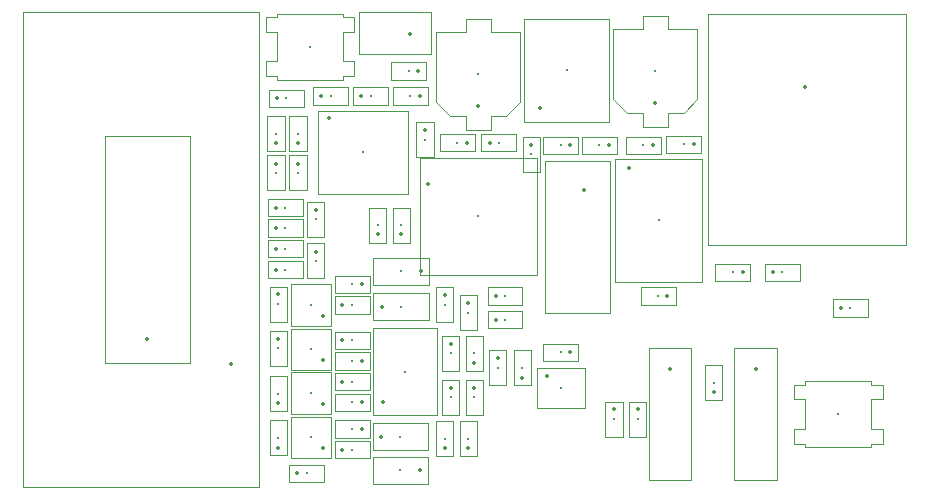
<source format=gbr>
%TF.GenerationSoftware,KiCad,Pcbnew,8.0.1*%
%TF.CreationDate,2024-03-28T03:14:46-07:00*%
%TF.ProjectId,FRED_R2D,46524544-5f52-4324-942e-6b696361645f,rev?*%
%TF.SameCoordinates,Original*%
%TF.FileFunction,Component,L1,Top*%
%TF.FilePolarity,Positive*%
%FSLAX46Y46*%
G04 Gerber Fmt 4.6, Leading zero omitted, Abs format (unit mm)*
G04 Created by KiCad (PCBNEW 8.0.1) date 2024-03-28 03:14:46*
%MOMM*%
%LPD*%
G01*
G04 APERTURE LIST*
%TA.AperFunction,ComponentMain*%
%ADD10C,0.300000*%
%TD*%
%TA.AperFunction,ComponentOutline,Courtyard*%
%ADD11C,0.100000*%
%TD*%
%TA.AperFunction,ComponentPin*%
%ADD12P,0.360000X4X0.000000*%
%TD*%
%TA.AperFunction,ComponentPin*%
%ADD13C,0.100000*%
%TD*%
%TA.AperFunction,ComponentOutline,Footprint*%
%ADD14C,0.100000*%
%TD*%
G04 APERTURE END LIST*
D10*
%TO.C,R2*%
%TO.CFtp,R_0603_1608Metric*%
%TO.CVal,3R3*%
%TO.CLbN,Resistor_SMD_AKL*%
%TO.CMnt,SMD*%
%TO.CRot,0*%
X130075000Y-121250000D03*
D11*
X131554999Y-120520001D02*
X131554999Y-121979999D01*
X128595001Y-121979999D01*
X128595001Y-120520001D01*
X131554999Y-120520001D01*
D12*
%TO.P,R2,1*%
X129250000Y-121250000D03*
D13*
%TO.P,R2,2*%
X130900000Y-121250000D03*
%TD*%
D10*
%TO.C,U4*%
%TO.CFtp,SOT-23-5*%
%TO.CVal,74AHC1G86*%
%TO.CLbN,Package_TO_SOT_SMD*%
%TO.CMnt,SMD*%
%TO.CRot,0*%
X147750000Y-116000000D03*
D11*
X149799999Y-114300001D02*
X149799999Y-117699999D01*
X145700001Y-117699999D01*
X145700001Y-114300001D01*
X149799999Y-114300001D01*
D12*
%TO.P,U4,1*%
X146612500Y-115050000D03*
D13*
%TO.P,U4,2*%
X146612500Y-116000000D03*
%TO.P,U4,3,GND*%
X146612500Y-116950000D03*
%TO.P,U4,4*%
X148887500Y-116950000D03*
%TO.P,U4,5,VCC*%
X148887500Y-115050000D03*
%TD*%
D10*
%TO.C,C5*%
%TO.CFtp,C_0603_1608Metric*%
%TO.CVal,10uF*%
%TO.CLbN,Capacitor_SMD_AKL*%
%TO.CMnt,SMD*%
%TO.CRot,-90*%
X136250000Y-95000000D03*
D11*
X136979999Y-93520001D02*
X136979999Y-96479999D01*
X135520001Y-96479999D01*
X135520001Y-93520001D01*
X136979999Y-93520001D01*
D12*
%TO.P,C5,1*%
X136250000Y-94225000D03*
D13*
%TO.P,C5,2*%
X136250000Y-95775000D03*
%TD*%
D10*
%TO.C,J2*%
%TO.CFtp,RJ45_Amphenol_RJHSE538X*%
%TO.CVal,RJ45_LED_Shielded*%
%TO.CLbN,Connector_RJ*%
%TO.CMnt,TH*%
%TO.CRot,-90*%
X168460000Y-90550000D03*
D11*
X176959999Y-84330001D02*
X176959999Y-103889999D01*
X160210001Y-103889999D01*
X160210001Y-84330001D01*
X176959999Y-84330001D01*
D12*
%TO.P,J2,1*%
X168460000Y-90550000D03*
D13*
%TO.P,J2,SH*%
X167570000Y-102240000D03*
X167570000Y-85980000D03*
%TO.P,J2,12*%
X161860000Y-100970000D03*
%TO.P,J2,11*%
X161860000Y-98680000D03*
%TO.P,J2,10*%
X161860000Y-89540000D03*
%TO.P,J2,9*%
X161860000Y-87250000D03*
%TO.P,J2,8*%
X166680000Y-97662000D03*
%TO.P,J2,7*%
X168460000Y-96646000D03*
%TO.P,J2,6*%
X166680000Y-95630000D03*
%TO.P,J2,5*%
X168460000Y-94614000D03*
%TO.P,J2,4*%
X166680000Y-93598000D03*
%TO.P,J2,3*%
X168460000Y-92582000D03*
%TO.P,J2,2*%
X166680000Y-91566000D03*
%TO.P,J2,*%
X171000000Y-100460000D03*
X171000000Y-87760000D03*
%TD*%
D10*
%TO.C,D4*%
%TO.CFtp,D_SOD-123*%
%TO.CVal,1N4148W*%
%TO.CLbN,Diode_SMD_AKL*%
%TO.CMnt,SMD*%
%TO.CRot,0*%
X134225000Y-109150000D03*
D11*
X136574999Y-108000001D02*
X136574999Y-110299999D01*
X131875001Y-110299999D01*
X131875001Y-108000001D01*
X136574999Y-108000001D01*
D12*
%TO.P,D4,1,K*%
X132575000Y-109150000D03*
D13*
%TO.P,D4,2,A*%
X135875000Y-109150000D03*
%TD*%
D10*
%TO.C,Q1*%
%TO.CFtp,SOT-23*%
%TO.CVal,MMBT5551*%
%TO.CLbN,Package_TO_SOT_SMD_AKL*%
%TO.CMnt,SMD*%
%TO.CRot,180*%
X126575000Y-116450000D03*
D11*
X128274999Y-114700001D02*
X128274999Y-118199999D01*
X124875001Y-118199999D01*
X124875001Y-114700001D01*
X128274999Y-114700001D01*
D12*
%TO.P,Q1,1,B*%
X127575000Y-117400000D03*
D13*
%TO.P,Q1,2,E*%
X127575000Y-115500000D03*
%TO.P,Q1,3,C*%
X125575000Y-116450000D03*
%TD*%
D10*
%TO.C,C16*%
%TO.CFtp,C_0603_1608Metric*%
%TO.CVal,100nF*%
%TO.CLbN,Capacitor_SMD_AKL*%
%TO.CMnt,SMD*%
%TO.CRot,180*%
X147750000Y-113000000D03*
D11*
X149229999Y-112270001D02*
X149229999Y-113729999D01*
X146270001Y-113729999D01*
X146270001Y-112270001D01*
X149229999Y-112270001D01*
D12*
%TO.P,C16,1*%
X148525000Y-113000000D03*
D13*
%TO.P,C16,2*%
X146975000Y-113000000D03*
%TD*%
D10*
%TO.C,D5*%
%TO.CFtp,LED_0603_1608Metric*%
%TO.CVal,LED*%
%TO.CLbN,LED_SMD*%
%TO.CMnt,SMD*%
%TO.CRot,180*%
X134887500Y-89200000D03*
D11*
X136367499Y-88470001D02*
X136367499Y-89929999D01*
X133407501Y-89929999D01*
X133407501Y-88470001D01*
X136367499Y-88470001D01*
D12*
%TO.P,D5,1,K*%
X135675000Y-89200000D03*
D13*
%TO.P,D5,2,A*%
X134100000Y-89200000D03*
%TD*%
D10*
%TO.C,C11*%
%TO.CFtp,C_0603_1608Metric*%
%TO.CVal,10uF*%
%TO.CLbN,Capacitor_SMD_AKL*%
%TO.CMnt,SMD*%
%TO.CRot,0*%
X143025000Y-108250000D03*
D11*
X144504999Y-107520001D02*
X144504999Y-108979999D01*
X141545001Y-108979999D01*
X141545001Y-107520001D01*
X144504999Y-107520001D01*
D12*
%TO.P,C11,1*%
X142250000Y-108250000D03*
D13*
%TO.P,C11,2*%
X143800000Y-108250000D03*
%TD*%
D10*
%TO.C,R10*%
%TO.CFtp,R_0603_1608Metric*%
%TO.CVal,2K2*%
%TO.CLbN,Resistor_SMD_AKL*%
%TO.CMnt,SMD*%
%TO.CRot,0*%
X130075000Y-112000000D03*
D11*
X131554999Y-111270001D02*
X131554999Y-112729999D01*
X128595001Y-112729999D01*
X128595001Y-111270001D01*
X131554999Y-111270001D01*
D12*
%TO.P,R10,1*%
X129250000Y-112000000D03*
D13*
%TO.P,R10,2*%
X130900000Y-112000000D03*
%TD*%
D10*
%TO.C,C14*%
%TO.CFtp,C_0603_1608Metric*%
%TO.CVal,10uF*%
%TO.CLbN,Capacitor_SMD_AKL*%
%TO.CMnt,SMD*%
%TO.CRot,180*%
X156000000Y-108250000D03*
D11*
X157479999Y-107520001D02*
X157479999Y-108979999D01*
X154520001Y-108979999D01*
X154520001Y-107520001D01*
X157479999Y-107520001D01*
D12*
%TO.P,C14,1*%
X156775000Y-108250000D03*
D13*
%TO.P,C14,2*%
X155225000Y-108250000D03*
%TD*%
D10*
%TO.C,C8*%
%TO.CFtp,C_0603_1608Metric*%
%TO.CVal,10nF*%
%TO.CLbN,Capacitor_SMD_AKL*%
%TO.CMnt,SMD*%
%TO.CRot,0*%
X142500000Y-95250000D03*
D11*
X143979999Y-94520001D02*
X143979999Y-95979999D01*
X141020001Y-95979999D01*
X141020001Y-94520001D01*
X143979999Y-94520001D01*
D12*
%TO.P,C8,1*%
X141725000Y-95250000D03*
D13*
%TO.P,C8,2*%
X143275000Y-95250000D03*
%TD*%
D10*
%TO.C,R14*%
%TO.CFtp,R_0603_1608Metric*%
%TO.CVal,15K4*%
%TO.CLbN,Resistor_SMD_AKL*%
%TO.CMnt,SMD*%
%TO.CRot,-90*%
X139920000Y-109650000D03*
D11*
X140649999Y-108170001D02*
X140649999Y-111129999D01*
X139190001Y-111129999D01*
X139190001Y-108170001D01*
X140649999Y-108170001D01*
D12*
%TO.P,R14,1*%
X139920000Y-108825000D03*
D13*
%TO.P,R14,2*%
X139920000Y-110475000D03*
%TD*%
D10*
%TO.C,S2*%
%TO.CFtp,SW_TS-1187A-B-A-B*%
%TO.CVal,TS-1187A-B-A-B*%
%TO.CLbN,TS-1187A-B-A-B*%
%TO.CMnt,SMD*%
%TO.CRot,180*%
X171250000Y-118250000D03*
D11*
X174049999Y-115450001D02*
X174049999Y-115750001D01*
X174999999Y-115750001D01*
X174999999Y-116999999D01*
X174049999Y-116999999D01*
X174049999Y-119500001D01*
X174999999Y-119500001D01*
X174999999Y-120749999D01*
X174049999Y-120749999D01*
X174049999Y-121049999D01*
X168450001Y-121049999D01*
X168450001Y-120749999D01*
X167500001Y-120749999D01*
X167500001Y-119500001D01*
X168450001Y-119500001D01*
X168450001Y-116999999D01*
X167500001Y-116999999D01*
X167500001Y-115750001D01*
X168450001Y-115750001D01*
X168450001Y-115450001D01*
X174049999Y-115450001D01*
D13*
%TO.P,S2,D*%
X168250000Y-116375000D03*
%TO.P,S2,C*%
X174250000Y-116375000D03*
%TO.P,S2,B*%
X168250000Y-120125000D03*
%TO.P,S2,A*%
X174250000Y-120125000D03*
%TD*%
D10*
%TO.C,J4*%
%TO.CFtp,PinSocket_1x02_P2.54mm_Vertical*%
%TO.CVal,Conn_01x02_Pin*%
%TO.CLbN,Connector_PinSocket_2.54mm*%
%TO.CMnt,TH*%
%TO.CRot,-90*%
X135000000Y-86025000D03*
D11*
X136799999Y-84225001D02*
X136799999Y-87774999D01*
X130700001Y-87774999D01*
X130700001Y-84225001D01*
X136799999Y-84225001D01*
D12*
%TO.P,J4,1,Pin_1*%
X135000000Y-86025000D03*
D13*
%TO.P,J4,2,Pin_2*%
X132460000Y-86025000D03*
%TD*%
D10*
%TO.C,R8*%
%TO.CFtp,R_0603_1608Metric*%
%TO.CVal,3R3*%
%TO.CLbN,Resistor_SMD_AKL*%
%TO.CMnt,SMD*%
%TO.CRot,0*%
X130075000Y-109000000D03*
D11*
X131554999Y-108270001D02*
X131554999Y-109729999D01*
X128595001Y-109729999D01*
X128595001Y-108270001D01*
X131554999Y-108270001D01*
D12*
%TO.P,R8,1*%
X129250000Y-109000000D03*
D13*
%TO.P,R8,2*%
X130900000Y-109000000D03*
%TD*%
D10*
%TO.C,R12*%
%TO.CFtp,R_0603_1608Metric*%
%TO.CVal,4R7*%
%TO.CLbN,Resistor_SMD_AKL*%
%TO.CMnt,SMD*%
%TO.CRot,-90*%
X123825000Y-112675000D03*
D11*
X124554999Y-111195001D02*
X124554999Y-114154999D01*
X123095001Y-114154999D01*
X123095001Y-111195001D01*
X124554999Y-111195001D01*
D12*
%TO.P,R12,1*%
X123825000Y-111850000D03*
D13*
%TO.P,R12,2*%
X123825000Y-113500000D03*
%TD*%
D10*
%TO.C,C2*%
%TO.CFtp,C_0603_1608Metric*%
%TO.CVal,10nF*%
%TO.CLbN,Capacitor_SMD_AKL*%
%TO.CMnt,SMD*%
%TO.CRot,-90*%
X138420000Y-116800000D03*
D11*
X139149999Y-115320001D02*
X139149999Y-118279999D01*
X137690001Y-118279999D01*
X137690001Y-115320001D01*
X139149999Y-115320001D01*
D12*
%TO.P,C2,1*%
X138420000Y-116025000D03*
D13*
%TO.P,C2,2*%
X138420000Y-117575000D03*
%TD*%
D10*
%TO.C,C21*%
%TO.CFtp,C_0603_1608Metric*%
%TO.CVal,100nF*%
%TO.CLbN,Capacitor_SMD_AKL*%
%TO.CMnt,SMD*%
%TO.CRot,0*%
X124500000Y-91500000D03*
D11*
X125979999Y-90770001D02*
X125979999Y-92229999D01*
X123020001Y-92229999D01*
X123020001Y-90770001D01*
X125979999Y-90770001D01*
D12*
%TO.P,C21,1*%
X123725000Y-91500000D03*
D13*
%TO.P,C21,2*%
X125275000Y-91500000D03*
%TD*%
D10*
%TO.C,R18*%
%TO.CFtp,R_0603_1608Metric*%
%TO.CVal,3R3*%
%TO.CLbN,Resistor_SMD_AKL*%
%TO.CMnt,SMD*%
%TO.CRot,0*%
X124425000Y-102475000D03*
D11*
X125904999Y-101745001D02*
X125904999Y-103204999D01*
X122945001Y-103204999D01*
X122945001Y-101745001D01*
X125904999Y-101745001D01*
D12*
%TO.P,R18,1*%
X123600000Y-102475000D03*
D13*
%TO.P,R18,2*%
X125250000Y-102475000D03*
%TD*%
D10*
%TO.C,R19*%
%TO.CFtp,R_0603_1608Metric*%
%TO.CVal,3R3*%
%TO.CLbN,Resistor_SMD_AKL*%
%TO.CMnt,SMD*%
%TO.CRot,0*%
X124425000Y-104235000D03*
D11*
X125904999Y-103505001D02*
X125904999Y-104964999D01*
X122945001Y-104964999D01*
X122945001Y-103505001D01*
X125904999Y-103505001D01*
D12*
%TO.P,R19,1*%
X123600000Y-104235000D03*
D13*
%TO.P,R19,2*%
X125250000Y-104235000D03*
%TD*%
D10*
%TO.C,R23*%
%TO.CFtp,R_0603_1608Metric*%
%TO.CVal,10k*%
%TO.CLbN,Resistor_SMD_AKL*%
%TO.CMnt,SMD*%
%TO.CRot,90*%
X144500000Y-114325000D03*
D11*
X145229999Y-112845001D02*
X145229999Y-115804999D01*
X143770001Y-115804999D01*
X143770001Y-112845001D01*
X145229999Y-112845001D01*
D12*
%TO.P,R23,1*%
X144500000Y-115150000D03*
D13*
%TO.P,R23,2*%
X144500000Y-113500000D03*
%TD*%
D10*
%TO.C,Q4*%
%TO.CFtp,SOT-23*%
%TO.CVal,MMBT5551*%
%TO.CLbN,Package_TO_SOT_SMD_AKL*%
%TO.CMnt,SMD*%
%TO.CRot,180*%
X126575000Y-112750000D03*
D11*
X128274999Y-111000001D02*
X128274999Y-114499999D01*
X124875001Y-114499999D01*
X124875001Y-111000001D01*
X128274999Y-111000001D01*
D12*
%TO.P,Q4,1,B*%
X127575000Y-113700000D03*
D13*
%TO.P,Q4,2,E*%
X127575000Y-111800000D03*
%TO.P,Q4,3,C*%
X125575000Y-112750000D03*
%TD*%
D10*
%TO.C,C20*%
%TO.CFtp,C_0603_1608Metric*%
%TO.CVal,10nF*%
%TO.CLbN,Capacitor_SMD_AKL*%
%TO.CMnt,SMD*%
%TO.CRot,90*%
X125500000Y-94500000D03*
D11*
X126229999Y-93020001D02*
X126229999Y-95979999D01*
X124770001Y-95979999D01*
X124770001Y-93020001D01*
X126229999Y-93020001D01*
D12*
%TO.P,C20,1*%
X125500000Y-95275000D03*
D13*
%TO.P,C20,2*%
X125500000Y-93725000D03*
%TD*%
D10*
%TO.C,C12*%
%TO.CFtp,C_0603_1608Metric*%
%TO.CVal,10nF*%
%TO.CLbN,Capacitor_SMD_AKL*%
%TO.CMnt,SMD*%
%TO.CRot,0*%
X143025000Y-110250000D03*
D11*
X144504999Y-109520001D02*
X144504999Y-110979999D01*
X141545001Y-110979999D01*
X141545001Y-109520001D01*
X144504999Y-109520001D01*
D12*
%TO.P,C12,1*%
X142250000Y-110250000D03*
D13*
%TO.P,C12,2*%
X143800000Y-110250000D03*
%TD*%
D10*
%TO.C,R28*%
%TO.CFtp,R_0603_1608Metric*%
%TO.CVal,0R*%
%TO.CLbN,Resistor_SMD_AKL*%
%TO.CMnt,SMD*%
%TO.CRot,0*%
X126250000Y-123250000D03*
D11*
X127729999Y-122520001D02*
X127729999Y-123979999D01*
X124770001Y-123979999D01*
X124770001Y-122520001D01*
X127729999Y-122520001D01*
D12*
%TO.P,R28,1*%
X125425000Y-123250000D03*
D13*
%TO.P,R28,2*%
X127075000Y-123250000D03*
%TD*%
D10*
%TO.C,C19*%
%TO.CFtp,C_0603_1608Metric*%
%TO.CVal,1uF*%
%TO.CLbN,Capacitor_SMD_AKL*%
%TO.CMnt,SMD*%
%TO.CRot,90*%
X123637500Y-94500000D03*
D11*
X124367499Y-93020001D02*
X124367499Y-95979999D01*
X122907501Y-95979999D01*
X122907501Y-93020001D01*
X124367499Y-93020001D01*
D12*
%TO.P,C19,1*%
X123637500Y-95275000D03*
D13*
%TO.P,C19,2*%
X123637500Y-93725000D03*
%TD*%
D10*
%TO.C,C9*%
%TO.CFtp,C_0603_1608Metric*%
%TO.CVal,10uF*%
%TO.CLbN,Capacitor_SMD_AKL*%
%TO.CMnt,SMD*%
%TO.CRot,90*%
X134250000Y-102250000D03*
D11*
X134979999Y-100770001D02*
X134979999Y-103729999D01*
X133520001Y-103729999D01*
X133520001Y-100770001D01*
X134979999Y-100770001D01*
D12*
%TO.P,C9,1*%
X134250000Y-103025000D03*
D13*
%TO.P,C9,2*%
X134250000Y-101475000D03*
%TD*%
D10*
%TO.C,C22*%
%TO.CFtp,CP_Elec_6.3x7.7*%
%TO.CVal,CP_SMD_D6.3mm_H7.7mm - 150uF*%
%TO.CLbN,Capacitor_SMD_AKL*%
%TO.CMnt,SMD*%
%TO.CRot,90*%
X155750000Y-89200000D03*
D11*
X156799999Y-84500001D02*
X156799999Y-85650001D01*
X159299999Y-85650001D01*
X159299999Y-91599999D01*
X158149999Y-92749999D01*
X156799999Y-92749999D01*
X156799999Y-93899999D01*
X154700001Y-93899999D01*
X154700001Y-92749999D01*
X153350001Y-92749999D01*
X152200001Y-91599999D01*
X152200001Y-85650001D01*
X154700001Y-85650001D01*
X154700001Y-84500001D01*
X156799999Y-84500001D01*
D12*
%TO.P,C22,1*%
X155750000Y-91900000D03*
D13*
%TO.P,C22,2*%
X155750000Y-86500000D03*
%TD*%
D10*
%TO.C,U6*%
%TO.CFtp,SOT-223-3_TabPin2*%
%TO.CVal,NCP1117-5.0_SOT223*%
%TO.CLbN,Package_TO_SOT_SMD*%
%TO.CMnt,SMD*%
%TO.CRot,90*%
X148250000Y-89150000D03*
D11*
X151849999Y-84750001D02*
X151849999Y-93549999D01*
X144650001Y-93549999D01*
X144650001Y-84750001D01*
X151849999Y-84750001D01*
D12*
%TO.P,U6,1,GND*%
X145950000Y-92300000D03*
D13*
%TO.P,U6,2,VO*%
X148250000Y-92300000D03*
X148250000Y-86000000D03*
%TO.P,U6,3,VI*%
X150550000Y-92300000D03*
%TD*%
D10*
%TO.C,R22*%
%TO.CFtp,R_0603_1608Metric*%
%TO.CVal,22k*%
%TO.CLbN,Resistor_SMD_AKL*%
%TO.CMnt,SMD*%
%TO.CRot,-90*%
X142420000Y-114325000D03*
D11*
X143149999Y-112845001D02*
X143149999Y-115804999D01*
X141690001Y-115804999D01*
X141690001Y-112845001D01*
X143149999Y-112845001D01*
D12*
%TO.P,R22,1*%
X142420000Y-113500000D03*
D13*
%TO.P,R22,2*%
X142420000Y-115150000D03*
%TD*%
D10*
%TO.C,C24*%
%TO.CFtp,C_0603_1608Metric*%
%TO.CVal,10uF*%
%TO.CLbN,Capacitor_SMD_AKL*%
%TO.CMnt,SMD*%
%TO.CRot,90*%
X160700000Y-115600000D03*
D11*
X161429999Y-114120001D02*
X161429999Y-117079999D01*
X159970001Y-117079999D01*
X159970001Y-114120001D01*
X161429999Y-114120001D01*
D12*
%TO.P,C24,1*%
X160700000Y-116375000D03*
D13*
%TO.P,C24,2*%
X160700000Y-114825000D03*
%TD*%
D10*
%TO.C,R35*%
%TO.CFtp,R_0603_1608Metric*%
%TO.CVal,10k*%
%TO.CLbN,Resistor_SMD_AKL*%
%TO.CMnt,SMD*%
%TO.CRot,180*%
X158175000Y-95400000D03*
D11*
X159654999Y-94670001D02*
X159654999Y-96129999D01*
X156695001Y-96129999D01*
X156695001Y-94670001D01*
X159654999Y-94670001D01*
D12*
%TO.P,R35,1*%
X159000000Y-95400000D03*
D13*
%TO.P,R35,2*%
X157350000Y-95400000D03*
%TD*%
D10*
%TO.C,J7*%
%TO.CFtp,PinHeader_1x04_P2.54mm_Vertical*%
%TO.CVal,Conn_01x04*%
%TO.CLbN,Connector_PinHeader_2.54mm*%
%TO.CMnt,TH*%
%TO.CRot,0*%
X157000000Y-114450000D03*
D11*
X158799999Y-112650001D02*
X158799999Y-123849999D01*
X155200001Y-123849999D01*
X155200001Y-112650001D01*
X158799999Y-112650001D01*
D12*
%TO.P,J7,1,Pin_1*%
X157000000Y-114450000D03*
D13*
%TO.P,J7,2,Pin_2*%
X157000000Y-116990000D03*
%TO.P,J7,3,Pin_3*%
X157000000Y-119530000D03*
%TO.P,J7,4,Pin_4*%
X157000000Y-122070000D03*
%TD*%
D10*
%TO.C,D2*%
%TO.CFtp,D_SOD-123*%
%TO.CVal,1N4148W*%
%TO.CLbN,Diode_SMD_AKL*%
%TO.CMnt,SMD*%
%TO.CRot,0*%
X134170000Y-120150000D03*
D11*
X136519999Y-119000001D02*
X136519999Y-121299999D01*
X131820001Y-121299999D01*
X131820001Y-119000001D01*
X136519999Y-119000001D01*
D12*
%TO.P,D2,1,K*%
X132520000Y-120150000D03*
D13*
%TO.P,D2,2,A*%
X135820000Y-120150000D03*
%TD*%
D10*
%TO.C,C15*%
%TO.CFtp,C_0603_1608Metric*%
%TO.CVal,10nF*%
%TO.CLbN,Capacitor_SMD_AKL*%
%TO.CMnt,SMD*%
%TO.CRot,180*%
X154750000Y-95500000D03*
D11*
X156229999Y-94770001D02*
X156229999Y-96229999D01*
X153270001Y-96229999D01*
X153270001Y-94770001D01*
X156229999Y-94770001D01*
D12*
%TO.P,C15,1*%
X155525000Y-95500000D03*
D13*
%TO.P,C15,2*%
X153975000Y-95500000D03*
%TD*%
D10*
%TO.C,J3*%
%TO.CFtp,TerminalBlock_Phoenix_MPT-0\u002C5-7-2.54_1x07_P2.54mm_Horizontal*%
%TO.CVal,Screw_Terminal_01x07*%
%TO.CLbN,TerminalBlock_Phoenix*%
%TO.CMnt,TH*%
%TO.CRot,90*%
X112750000Y-111910000D03*
D11*
X116349999Y-94660001D02*
X116349999Y-113909999D01*
X109150001Y-113909999D01*
X109150001Y-94660001D01*
X116349999Y-94660001D01*
D12*
%TO.P,J3,1,Pin_1*%
X112750000Y-111910000D03*
D13*
%TO.P,J3,2,Pin_2*%
X112750000Y-109370000D03*
%TO.P,J3,3,Pin_3*%
X112750000Y-106830000D03*
%TO.P,J3,4,Pin_4*%
X112750000Y-104290000D03*
%TO.P,J3,5,Pin_5*%
X112750000Y-101750000D03*
%TO.P,J3,6,Pin_6*%
X112750000Y-99210000D03*
%TO.P,J3,7,Pin_7*%
X112750000Y-96670000D03*
%TD*%
D10*
%TO.C,R29*%
%TO.CFtp,R_0603_1608Metric*%
%TO.CVal,DNP*%
%TO.CLbN,Resistor_SMD_AKL*%
%TO.CMnt,SMD*%
%TO.CRot,180*%
X162325000Y-106250000D03*
D11*
X163804999Y-105520001D02*
X163804999Y-106979999D01*
X160845001Y-106979999D01*
X160845001Y-105520001D01*
X163804999Y-105520001D01*
D12*
%TO.P,R29,1*%
X163150000Y-106250000D03*
D13*
%TO.P,R29,2*%
X161500000Y-106250000D03*
%TD*%
D10*
%TO.C,U2*%
%TO.CFtp,SOIC-16_3.9x9.9mm_P1.27mm*%
%TO.CVal,MC3487DX*%
%TO.CLbN,Package_SO*%
%TO.CMnt,SMD*%
%TO.CRot,0*%
X156025000Y-101845000D03*
D11*
X159724999Y-96645001D02*
X159724999Y-107044999D01*
X152325001Y-107044999D01*
X152325001Y-96645001D01*
X159724999Y-96645001D01*
D12*
%TO.P,U2,1,INPUT*%
X153550000Y-97400000D03*
D13*
%TO.P,U2,2,OUT+*%
X153550000Y-98670000D03*
%TO.P,U2,3,OUT-*%
X153550000Y-99940000D03*
%TO.P,U2,4,ENABLE*%
X153550000Y-101210000D03*
%TO.P,U2,5,OUT-*%
X153550000Y-102480000D03*
%TO.P,U2,6,OUT+*%
X153550000Y-103750000D03*
%TO.P,U2,7,INPUT*%
X153550000Y-105020000D03*
%TO.P,U2,8,GND*%
X153550000Y-106290000D03*
%TO.P,U2,9,INPUT*%
X158500000Y-106290000D03*
%TO.P,U2,10,OUT+*%
X158500000Y-105020000D03*
%TO.P,U2,11,OUT-*%
X158500000Y-103750000D03*
%TO.P,U2,12,ENABLE*%
X158500000Y-102480000D03*
%TO.P,U2,13,OUT-*%
X158500000Y-101210000D03*
%TO.P,U2,14,OUT+*%
X158500000Y-99940000D03*
%TO.P,U2,15,INPUT*%
X158500000Y-98670000D03*
%TO.P,U2,16,VCC*%
X158500000Y-97400000D03*
%TD*%
D10*
%TO.C,R37*%
%TO.CFtp,R_0603_1608Metric*%
%TO.CVal,2K2*%
%TO.CLbN,Resistor_SMD_AKL*%
%TO.CMnt,SMD*%
%TO.CRot,-90*%
X152250000Y-118675000D03*
D11*
X152979999Y-117195001D02*
X152979999Y-120154999D01*
X151520001Y-120154999D01*
X151520001Y-117195001D01*
X152979999Y-117195001D01*
D12*
%TO.P,R37,1*%
X152250000Y-117850000D03*
D13*
%TO.P,R37,2*%
X152250000Y-119500000D03*
%TD*%
D10*
%TO.C,R6*%
%TO.CFtp,R_0603_1608Metric*%
%TO.CVal,4R7*%
%TO.CLbN,Resistor_SMD_AKL*%
%TO.CMnt,SMD*%
%TO.CRot,90*%
X123825000Y-116500000D03*
D11*
X124554999Y-115020001D02*
X124554999Y-117979999D01*
X123095001Y-117979999D01*
X123095001Y-115020001D01*
X124554999Y-115020001D01*
D12*
%TO.P,R6,1*%
X123825000Y-117325000D03*
D13*
%TO.P,R6,2*%
X123825000Y-115675000D03*
%TD*%
D10*
%TO.C,C3*%
%TO.CFtp,C_0603_1608Metric*%
%TO.CVal,DNP*%
%TO.CLbN,Capacitor_SMD_AKL*%
%TO.CMnt,SMD*%
%TO.CRot,-90*%
X127000000Y-101750000D03*
D11*
X127729999Y-100270001D02*
X127729999Y-103229999D01*
X126270001Y-103229999D01*
X126270001Y-100270001D01*
X127729999Y-100270001D01*
D12*
%TO.P,C3,1*%
X127000000Y-100975000D03*
D13*
%TO.P,C3,2*%
X127000000Y-102525000D03*
%TD*%
D10*
%TO.C,R13*%
%TO.CFtp,R_0603_1608Metric*%
%TO.CVal,15K4*%
%TO.CLbN,Resistor_SMD_AKL*%
%TO.CMnt,SMD*%
%TO.CRot,90*%
X139920000Y-120325000D03*
D11*
X140649999Y-118845001D02*
X140649999Y-121804999D01*
X139190001Y-121804999D01*
X139190001Y-118845001D01*
X140649999Y-118845001D01*
D12*
%TO.P,R13,1*%
X139920000Y-121150000D03*
D13*
%TO.P,R13,2*%
X139920000Y-119500000D03*
%TD*%
D10*
%TO.C,R17*%
%TO.CFtp,R_0603_1608Metric*%
%TO.CVal,3R3*%
%TO.CLbN,Resistor_SMD_AKL*%
%TO.CMnt,SMD*%
%TO.CRot,0*%
X124425000Y-100750000D03*
D11*
X125904999Y-100020001D02*
X125904999Y-101479999D01*
X122945001Y-101479999D01*
X122945001Y-100020001D01*
X125904999Y-100020001D01*
D12*
%TO.P,R17,1*%
X123600000Y-100750000D03*
D13*
%TO.P,R17,2*%
X125250000Y-100750000D03*
%TD*%
D10*
%TO.C,R7*%
%TO.CFtp,R_0603_1608Metric*%
%TO.CVal,2K2*%
%TO.CLbN,Resistor_SMD_AKL*%
%TO.CMnt,SMD*%
%TO.CRot,180*%
X130075000Y-107250000D03*
D11*
X131554999Y-106520001D02*
X131554999Y-107979999D01*
X128595001Y-107979999D01*
X128595001Y-106520001D01*
X131554999Y-106520001D01*
D12*
%TO.P,R7,1*%
X130900000Y-107250000D03*
D13*
%TO.P,R7,2*%
X129250000Y-107250000D03*
%TD*%
D10*
%TO.C,C18*%
%TO.CFtp,C_0603_1608Metric*%
%TO.CVal,10nF*%
%TO.CLbN,Capacitor_SMD_AKL*%
%TO.CMnt,SMD*%
%TO.CRot,-90*%
X123637500Y-97804996D03*
D11*
X124367499Y-96324997D02*
X124367499Y-99284995D01*
X122907501Y-99284995D01*
X122907501Y-96324997D01*
X124367499Y-96324997D01*
D12*
%TO.P,C18,1*%
X123637500Y-97029996D03*
D13*
%TO.P,C18,2*%
X123637500Y-98579996D03*
%TD*%
D10*
%TO.C,J1*%
%TO.CFtp,DSUB-15_Female_Horizontal_P2.77x2.84mm_EdgePinOffset7.70mm_Housed_MountingHolesOffset9.12mm*%
%TO.CVal,DA15_Receptacle_MountingHoles*%
%TO.CLbN,Connector_Dsub*%
%TO.CMnt,TH*%
%TO.CRot,-90*%
X119840000Y-114005000D03*
D11*
X122189999Y-84205001D02*
X122189999Y-124454999D01*
X102190001Y-124454999D01*
X102190001Y-84205001D01*
X122189999Y-84205001D01*
D12*
%TO.P,J1,1,1*%
X119840000Y-114005000D03*
D13*
%TO.P,J1,0,PAD*%
X118420000Y-87660000D03*
X118420000Y-120960000D03*
%TO.P,J1,2,2*%
X119840000Y-111235000D03*
%TO.P,J1,3,3*%
X119840000Y-108465000D03*
%TO.P,J1,4,4*%
X119840000Y-105695000D03*
%TO.P,J1,5,5*%
X119840000Y-102925000D03*
%TO.P,J1,6,6*%
X119840000Y-100155000D03*
%TO.P,J1,7,7*%
X119840000Y-97385000D03*
%TO.P,J1,8,8*%
X119840000Y-94615000D03*
%TO.P,J1,9,P9*%
X117000000Y-112620000D03*
%TO.P,J1,10,P10*%
X117000000Y-109850000D03*
%TO.P,J1,11,P111*%
X117000000Y-107080000D03*
%TO.P,J1,12,P12*%
X117000000Y-104310000D03*
%TO.P,J1,13,P13*%
X117000000Y-101540000D03*
%TO.P,J1,14,P14*%
X117000000Y-98770000D03*
%TO.P,J1,15,P15*%
X117000000Y-96000000D03*
%TD*%
D10*
%TO.C,J5*%
%TO.CFtp,PinHeader_1x04_P2.54mm_Vertical*%
%TO.CVal,Conn_01x04*%
%TO.CLbN,Connector_PinHeader_2.54mm*%
%TO.CMnt,TH*%
%TO.CRot,0*%
X164250000Y-114420000D03*
D11*
X166049999Y-112620001D02*
X166049999Y-123819999D01*
X162450001Y-123819999D01*
X162450001Y-112620001D01*
X166049999Y-112620001D01*
D12*
%TO.P,J5,1,Pin_1*%
X164250000Y-114420000D03*
D13*
%TO.P,J5,2,Pin_2*%
X164250000Y-116960000D03*
%TO.P,J5,3,Pin_3*%
X164250000Y-119500000D03*
%TO.P,J5,4,Pin_4*%
X164250000Y-122040000D03*
%TD*%
D10*
%TO.C,D1*%
%TO.CFtp,D_SOD-123*%
%TO.CVal,1N4148W*%
%TO.CLbN,Diode_SMD_AKL*%
%TO.CMnt,SMD*%
%TO.CRot,180*%
X134170000Y-123000000D03*
D11*
X136519999Y-121850001D02*
X136519999Y-124149999D01*
X131820001Y-124149999D01*
X131820001Y-121850001D01*
X136519999Y-121850001D01*
D12*
%TO.P,D1,1,K*%
X135820000Y-123000000D03*
D13*
%TO.P,D1,2,A*%
X132520000Y-123000000D03*
%TD*%
D10*
%TO.C,C17*%
%TO.CFtp,C_0603_1608Metric*%
%TO.CVal,10uF*%
%TO.CLbN,Capacitor_SMD_AKL*%
%TO.CMnt,SMD*%
%TO.CRot,-90*%
X125500000Y-97804996D03*
D11*
X126229999Y-96324997D02*
X126229999Y-99284995D01*
X124770001Y-99284995D01*
X124770001Y-96324997D01*
X126229999Y-96324997D01*
D12*
%TO.P,C17,1*%
X125500000Y-97029996D03*
D13*
%TO.P,C17,2*%
X125500000Y-98579996D03*
%TD*%
D10*
%TO.C,C6*%
%TO.CFtp,C_0603_1608Metric*%
%TO.CVal,10nF*%
%TO.CLbN,Capacitor_SMD_AKL*%
%TO.CMnt,SMD*%
%TO.CRot,180*%
X139000000Y-95250000D03*
D11*
X140479999Y-94520001D02*
X140479999Y-95979999D01*
X137520001Y-95979999D01*
X137520001Y-94520001D01*
X140479999Y-94520001D01*
D12*
%TO.P,C6,1*%
X139775000Y-95250000D03*
D13*
%TO.P,C6,2*%
X138225000Y-95250000D03*
%TD*%
D10*
%TO.C,Q2*%
%TO.CFtp,SOT-23*%
%TO.CVal,MMBT5401*%
%TO.CLbN,Package_TO_SOT_SMD_AKL*%
%TO.CMnt,SMD*%
%TO.CRot,180*%
X126575000Y-109000000D03*
D11*
X128274999Y-107250001D02*
X128274999Y-110749999D01*
X124875001Y-110749999D01*
X124875001Y-107250001D01*
X128274999Y-107250001D01*
D12*
%TO.P,Q2,1,B*%
X127575000Y-109950000D03*
D13*
%TO.P,Q2,2,E*%
X127575000Y-108050000D03*
%TO.P,Q2,3,C*%
X125575000Y-109000000D03*
%TD*%
D10*
%TO.C,U3*%
%TO.CFtp,SO-8_3.9x4.9mm_P1.27mm*%
%TO.CVal,AD8662ARZ*%
%TO.CLbN,Package_SO_AKL*%
%TO.CMnt,SMD*%
%TO.CRot,90*%
X134575000Y-114650000D03*
D11*
X137274999Y-110950001D02*
X137274999Y-118349999D01*
X131875001Y-118349999D01*
X131875001Y-110950001D01*
X137274999Y-110950001D01*
D12*
%TO.P,U3,1*%
X132670000Y-117225000D03*
D13*
%TO.P,U3,8,V+*%
X132670000Y-112075000D03*
%TO.P,U3,7*%
X133940000Y-112075000D03*
%TO.P,U3,6,-*%
X135210000Y-112075000D03*
%TO.P,U3,5,+*%
X136480000Y-112075000D03*
%TO.P,U3,4,V-*%
X136480000Y-117225000D03*
%TO.P,U3,3,+*%
X135210000Y-117225000D03*
%TO.P,U3,2,-*%
X133940000Y-117225000D03*
%TD*%
D10*
%TO.C,R25*%
%TO.CFtp,R_0603_1608Metric*%
%TO.CVal,10k*%
%TO.CLbN,Resistor_SMD_AKL*%
%TO.CMnt,SMD*%
%TO.CRot,0*%
X131675000Y-91300000D03*
D11*
X133154999Y-90570001D02*
X133154999Y-92029999D01*
X130195001Y-92029999D01*
X130195001Y-90570001D01*
X133154999Y-90570001D01*
D12*
%TO.P,R25,1*%
X130850000Y-91300000D03*
D13*
%TO.P,R25,2*%
X132500000Y-91300000D03*
%TD*%
D10*
%TO.C,R15*%
%TO.CFtp,R_0603_1608Metric*%
%TO.CVal,10k*%
%TO.CLbN,Resistor_SMD_AKL*%
%TO.CMnt,SMD*%
%TO.CRot,90*%
X137920000Y-120325000D03*
D11*
X138649999Y-118845001D02*
X138649999Y-121804999D01*
X137190001Y-121804999D01*
X137190001Y-118845001D01*
X138649999Y-118845001D01*
D12*
%TO.P,R15,1*%
X137920000Y-121150000D03*
D13*
%TO.P,R15,2*%
X137920000Y-119500000D03*
%TD*%
D10*
%TO.C,R24*%
%TO.CFtp,R_0603_1608Metric*%
%TO.CVal,10k*%
%TO.CLbN,Resistor_SMD_AKL*%
%TO.CMnt,SMD*%
%TO.CRot,180*%
X135000000Y-91300000D03*
D11*
X136479999Y-90570001D02*
X136479999Y-92029999D01*
X133520001Y-92029999D01*
X133520001Y-90570001D01*
X136479999Y-90570001D01*
D12*
%TO.P,R24,1*%
X135825000Y-91300000D03*
D13*
%TO.P,R24,2*%
X134175000Y-91300000D03*
%TD*%
D10*
%TO.C,R30*%
%TO.CFtp,R_0603_1608Metric*%
%TO.CVal,2K2*%
%TO.CLbN,Resistor_SMD_AKL*%
%TO.CMnt,SMD*%
%TO.CRot,0*%
X166500000Y-106250000D03*
D11*
X167979999Y-105520001D02*
X167979999Y-106979999D01*
X165020001Y-106979999D01*
X165020001Y-105520001D01*
X167979999Y-105520001D01*
D12*
%TO.P,R30,1*%
X165675000Y-106250000D03*
D13*
%TO.P,R30,2*%
X167325000Y-106250000D03*
%TD*%
D10*
%TO.C,R26*%
%TO.CFtp,R_0603_1608Metric*%
%TO.CVal,10k*%
%TO.CLbN,Resistor_SMD_AKL*%
%TO.CMnt,SMD*%
%TO.CRot,180*%
X151000000Y-95500000D03*
D11*
X152479999Y-94770001D02*
X152479999Y-96229999D01*
X149520001Y-96229999D01*
X149520001Y-94770001D01*
X152479999Y-94770001D01*
D12*
%TO.P,R26,1*%
X151825000Y-95500000D03*
D13*
%TO.P,R26,2*%
X150175000Y-95500000D03*
%TD*%
D10*
%TO.C,S1*%
%TO.CFtp,SW_TS-1187A-B-A-B*%
%TO.CVal,TS-1187A-B-A-B*%
%TO.CLbN,TS-1187A-B-A-B*%
%TO.CMnt,SMD*%
%TO.CRot,0*%
X126500000Y-87125000D03*
D11*
X129299999Y-84325001D02*
X129299999Y-84625001D01*
X130249999Y-84625001D01*
X130249999Y-85874999D01*
X129299999Y-85874999D01*
X129299999Y-88375001D01*
X130249999Y-88375001D01*
X130249999Y-89624999D01*
X129299999Y-89624999D01*
X129299999Y-89924999D01*
X123700001Y-89924999D01*
X123700001Y-89624999D01*
X122750001Y-89624999D01*
X122750001Y-88375001D01*
X123700001Y-88375001D01*
X123700001Y-85874999D01*
X122750001Y-85874999D01*
X122750001Y-84625001D01*
X123700001Y-84625001D01*
X123700001Y-84325001D01*
X129299999Y-84325001D01*
D13*
%TO.P,S1,A*%
X123500000Y-85250000D03*
%TO.P,S1,B*%
X129500000Y-85250000D03*
%TO.P,S1,C*%
X123500000Y-89000000D03*
%TO.P,S1,D*%
X129500000Y-89000000D03*
%TD*%
D10*
%TO.C,FB1*%
%TO.CFtp,Fuse_0603_1608Metric*%
%TO.CVal,Ferrite_Bead*%
%TO.CLbN,Fuse*%
%TO.CMnt,SMD*%
%TO.CRot,180*%
X147750000Y-95500000D03*
D11*
X149229999Y-94770001D02*
X149229999Y-96229999D01*
X146270001Y-96229999D01*
X146270001Y-94770001D01*
X149229999Y-94770001D01*
D12*
%TO.P,FB1,1*%
X148537500Y-95500000D03*
D13*
%TO.P,FB1,2*%
X146962500Y-95500000D03*
%TD*%
D10*
%TO.C,R5*%
%TO.CFtp,R_0603_1608Metric*%
%TO.CVal,4R7*%
%TO.CLbN,Resistor_SMD_AKL*%
%TO.CMnt,SMD*%
%TO.CRot,90*%
X123825000Y-120250000D03*
D11*
X124554999Y-118770001D02*
X124554999Y-121729999D01*
X123095001Y-121729999D01*
X123095001Y-118770001D01*
X124554999Y-118770001D01*
D12*
%TO.P,R5,1*%
X123825000Y-121075000D03*
D13*
%TO.P,R5,2*%
X123825000Y-119425000D03*
%TD*%
D10*
%TO.C,D6*%
%TO.CFtp,LED_0603_1608Metric*%
%TO.CVal,LED*%
%TO.CLbN,LED_SMD*%
%TO.CMnt,SMD*%
%TO.CRot,0*%
X172250000Y-109250000D03*
D11*
X173729999Y-108520001D02*
X173729999Y-109979999D01*
X170770001Y-109979999D01*
X170770001Y-108520001D01*
X173729999Y-108520001D01*
D12*
%TO.P,D6,1,K*%
X171462500Y-109250000D03*
D13*
%TO.P,D6,2,A*%
X173037500Y-109250000D03*
%TD*%
D10*
%TO.C,C7*%
%TO.CFtp,C_0603_1608Metric*%
%TO.CVal,10uF*%
%TO.CLbN,Capacitor_SMD_AKL*%
%TO.CMnt,SMD*%
%TO.CRot,-90*%
X145250000Y-96250000D03*
D11*
X145979999Y-94770001D02*
X145979999Y-97729999D01*
X144520001Y-97729999D01*
X144520001Y-94770001D01*
X145979999Y-94770001D01*
D12*
%TO.P,C7,1*%
X145250000Y-95475000D03*
D13*
%TO.P,C7,2*%
X145250000Y-97025000D03*
%TD*%
D10*
%TO.C,R20*%
%TO.CFtp,R_0603_1608Metric*%
%TO.CVal,3R3*%
%TO.CLbN,Resistor_SMD_AKL*%
%TO.CMnt,SMD*%
%TO.CRot,0*%
X124425000Y-106000000D03*
D11*
X125904999Y-105270001D02*
X125904999Y-106729999D01*
X122945001Y-106729999D01*
X122945001Y-105270001D01*
X125904999Y-105270001D01*
D12*
%TO.P,R20,1*%
X123600000Y-106000000D03*
D13*
%TO.P,R20,2*%
X125250000Y-106000000D03*
%TD*%
D10*
%TO.C,Q3*%
%TO.CFtp,SOT-23*%
%TO.CVal,MMBT5401*%
%TO.CLbN,Package_TO_SOT_SMD_AKL*%
%TO.CMnt,SMD*%
%TO.CRot,180*%
X126575000Y-120200000D03*
D11*
X128274999Y-118450001D02*
X128274999Y-121949999D01*
X124875001Y-121949999D01*
X124875001Y-118450001D01*
X128274999Y-118450001D01*
D12*
%TO.P,Q3,1,B*%
X127575000Y-121150000D03*
D13*
%TO.P,Q3,2,E*%
X127575000Y-119250000D03*
%TO.P,Q3,3,C*%
X125575000Y-120200000D03*
%TD*%
D10*
%TO.C,R9*%
%TO.CFtp,R_0603_1608Metric*%
%TO.CVal,3R3*%
%TO.CLbN,Resistor_SMD_AKL*%
%TO.CMnt,SMD*%
%TO.CRot,180*%
X130075000Y-113750000D03*
D11*
X131554999Y-113020001D02*
X131554999Y-114479999D01*
X128595001Y-114479999D01*
X128595001Y-113020001D01*
X131554999Y-113020001D01*
D12*
%TO.P,R9,1*%
X130900000Y-113750000D03*
D13*
%TO.P,R9,2*%
X129250000Y-113750000D03*
%TD*%
D10*
%TO.C,R27*%
%TO.CFtp,R_0603_1608Metric*%
%TO.CVal,10k*%
%TO.CLbN,Resistor_SMD_AKL*%
%TO.CMnt,SMD*%
%TO.CRot,0*%
X128275000Y-91300000D03*
D11*
X129754999Y-90570001D02*
X129754999Y-92029999D01*
X126795001Y-92029999D01*
X126795001Y-90570001D01*
X129754999Y-90570001D01*
D12*
%TO.P,R27,1*%
X127450000Y-91300000D03*
D13*
%TO.P,R27,2*%
X129100000Y-91300000D03*
%TD*%
D10*
%TO.C,C1*%
%TO.CFtp,C_0603_1608Metric*%
%TO.CVal,1uF*%
%TO.CLbN,Capacitor_SMD_AKL*%
%TO.CMnt,SMD*%
%TO.CRot,-90*%
X140420000Y-116800000D03*
D11*
X141149999Y-115320001D02*
X141149999Y-118279999D01*
X139690001Y-118279999D01*
X139690001Y-115320001D01*
X141149999Y-115320001D01*
D12*
%TO.P,C1,1*%
X140420000Y-116025000D03*
D13*
%TO.P,C1,2*%
X140420000Y-117575000D03*
%TD*%
D10*
%TO.C,U5*%
%TO.CFtp,TSSOP-20_4.4x6.5mm_P0.65mm*%
%TO.CVal,STM8S003F3P*%
%TO.CLbN,Package_SO*%
%TO.CMnt,SMD*%
%TO.CRot,0*%
X131000000Y-96075000D03*
D11*
X134849999Y-92575001D02*
X134849999Y-99574999D01*
X127150001Y-99574999D01*
X127150001Y-92575001D01*
X134849999Y-92575001D01*
D12*
%TO.P,U5,1,PD4*%
X128137500Y-93150000D03*
D13*
%TO.P,U5,2,PD5*%
X128137500Y-93800000D03*
%TO.P,U5,3,PD6*%
X128137500Y-94450000D03*
%TO.P,U5,4,NRST*%
X128137500Y-95100000D03*
%TO.P,U5,5,PA1*%
X128137500Y-95750000D03*
%TO.P,U5,6,PA2*%
X128137500Y-96400000D03*
%TO.P,U5,7,VSS*%
X128137500Y-97050000D03*
%TO.P,U5,8,VCAP*%
X128137500Y-97700000D03*
%TO.P,U5,9,VDD*%
X128137500Y-98350000D03*
%TO.P,U5,10,PA3*%
X128137500Y-99000000D03*
%TO.P,U5,11,PB5*%
X133862500Y-99000000D03*
%TO.P,U5,12,PB4*%
X133862500Y-98350000D03*
%TO.P,U5,13,PC3*%
X133862500Y-97700000D03*
%TO.P,U5,14,PC4*%
X133862500Y-97050000D03*
%TO.P,U5,15,PC5*%
X133862500Y-96400000D03*
%TO.P,U5,16,PC6*%
X133862500Y-95750000D03*
%TO.P,U5,17,PC7*%
X133862500Y-95100000D03*
%TO.P,U5,18,PD1*%
X133862500Y-94450000D03*
%TO.P,U5,19,PD2*%
X133862500Y-93800000D03*
%TO.P,U5,20,PD3*%
X133862500Y-93150000D03*
%TD*%
D10*
%TO.C,R1*%
%TO.CFtp,R_0603_1608Metric*%
%TO.CVal,2K2*%
%TO.CLbN,Resistor_SMD_AKL*%
%TO.CMnt,SMD*%
%TO.CRot,180*%
X130075000Y-119500000D03*
D11*
X131554999Y-118770001D02*
X131554999Y-120229999D01*
X128595001Y-120229999D01*
X128595001Y-118770001D01*
X131554999Y-118770001D01*
D12*
%TO.P,R1,1*%
X130900000Y-119500000D03*
D13*
%TO.P,R1,2*%
X129250000Y-119500000D03*
%TD*%
D10*
%TO.C,R16*%
%TO.CFtp,R_0603_1608Metric*%
%TO.CVal,10k*%
%TO.CLbN,Resistor_SMD_AKL*%
%TO.CMnt,SMD*%
%TO.CRot,-90*%
X137920000Y-109000000D03*
D11*
X138649999Y-107520001D02*
X138649999Y-110479999D01*
X137190001Y-110479999D01*
X137190001Y-107520001D01*
X138649999Y-107520001D01*
D12*
%TO.P,R16,1*%
X137920000Y-108175000D03*
D13*
%TO.P,R16,2*%
X137920000Y-109825000D03*
%TD*%
D10*
%TO.C,C4*%
%TO.CFtp,C_0603_1608Metric*%
%TO.CVal,DNP*%
%TO.CLbN,Capacitor_SMD_AKL*%
%TO.CMnt,SMD*%
%TO.CRot,-90*%
X127000000Y-105250000D03*
D11*
X127729999Y-103770001D02*
X127729999Y-106729999D01*
X126270001Y-106729999D01*
X126270001Y-103770001D01*
X127729999Y-103770001D01*
D12*
%TO.P,C4,1*%
X127000000Y-104475000D03*
D13*
%TO.P,C4,2*%
X127000000Y-106025000D03*
%TD*%
D10*
%TO.C,U1*%
%TO.CFtp,QFP50P900X900X160-48N*%
%TO.CVal,AD2S1210WDSTZRL7*%
%TO.CLbN,AD2S1210WDSTZRL7*%
%TO.CMnt,SMD*%
%TO.CRot,0*%
X140750000Y-101500000D03*
D14*
X135797000Y-96547000D02*
X135797000Y-106453000D01*
X145703000Y-106453000D01*
X145703000Y-96547000D01*
X135797000Y-96547000D01*
D12*
%TO.P,U1,1,RES1*%
X136533600Y-98756800D03*
D13*
%TO.P,U1,2,~CS*%
X136533600Y-99239400D03*
%TO.P,U1,3,~RD*%
X136533600Y-99747400D03*
%TO.P,U1,4,~WR/~FSYNC*%
X136533600Y-100255400D03*
%TO.P,U1,5,DGND_2*%
X136533600Y-100738000D03*
%TO.P,U1,6,DVDD*%
X136533600Y-101246000D03*
%TO.P,U1,7,CLKIN*%
X136533600Y-101754000D03*
%TO.P,U1,8,XTALOUT*%
X136533600Y-102262000D03*
%TO.P,U1,9,~SOE*%
X136533600Y-102744600D03*
%TO.P,U1,10,~SAMPLE*%
X136533600Y-103252600D03*
%TO.P,U1,11,DB15/SDO*%
X136533600Y-103760600D03*
%TO.P,U1,12,DB14/SDI*%
X136533600Y-104243200D03*
%TO.P,U1,13,DB13/SCLK*%
X138006800Y-105716400D03*
%TO.P,U1,14,DB12*%
X138489400Y-105716400D03*
%TO.P,U1,15,DB11*%
X138997400Y-105716400D03*
%TO.P,U1,16,DB10*%
X139505400Y-105716400D03*
%TO.P,U1,17,DB9*%
X139988000Y-105716400D03*
%TO.P,U1,18,VDRIVE*%
X140496000Y-105716400D03*
%TO.P,U1,19,DGND*%
X141004000Y-105716400D03*
%TO.P,U1,20,DB8*%
X141512000Y-105716400D03*
%TO.P,U1,21,DB7*%
X141994600Y-105716400D03*
%TO.P,U1,22,DB6*%
X142502600Y-105716400D03*
%TO.P,U1,23,DB5*%
X143010600Y-105716400D03*
%TO.P,U1,24,DB4*%
X143493200Y-105716400D03*
%TO.P,U1,25,DB3*%
X144966400Y-104243200D03*
%TO.P,U1,26,DB2*%
X144966400Y-103760600D03*
%TO.P,U1,27,DB1*%
X144966400Y-103252600D03*
%TO.P,U1,28,DB0*%
X144966400Y-102744600D03*
%TO.P,U1,29,A*%
X144966400Y-102262000D03*
%TO.P,U1,30,B*%
X144966400Y-101754000D03*
%TO.P,U1,31,NM*%
X144966400Y-101246000D03*
%TO.P,U1,32,DIR*%
X144966400Y-100738000D03*
%TO.P,U1,33,~RESET*%
X144966400Y-100255400D03*
%TO.P,U1,34,LOT*%
X144966400Y-99747400D03*
%TO.P,U1,35,DOS*%
X144966400Y-99239400D03*
%TO.P,U1,36,A1*%
X144966400Y-98756800D03*
%TO.P,U1,37,A0*%
X143493200Y-97283600D03*
%TO.P,U1,38,EXC*%
X143010600Y-97283600D03*
%TO.P,U1,39,~EXC*%
X142502600Y-97283600D03*
%TO.P,U1,40,AGND*%
X141994600Y-97283600D03*
%TO.P,U1,41,SIN*%
X141512000Y-97283600D03*
%TO.P,U1,42,SINLO*%
X141004000Y-97283600D03*
%TO.P,U1,43,AVDD*%
X140496000Y-97283600D03*
%TO.P,U1,44,COSLO*%
X139988000Y-97283600D03*
%TO.P,U1,45,COS*%
X139505400Y-97283600D03*
%TO.P,U1,46,REFBYP*%
X138997400Y-97283600D03*
%TO.P,U1,47,REFOUT*%
X138489400Y-97283600D03*
%TO.P,U1,48,RES0*%
X138006800Y-97283600D03*
%TD*%
D10*
%TO.C,C10*%
%TO.CFtp,C_0603_1608Metric*%
%TO.CVal,10nF*%
%TO.CLbN,Capacitor_SMD_AKL*%
%TO.CMnt,SMD*%
%TO.CRot,90*%
X132250000Y-102250000D03*
D11*
X132979999Y-100770001D02*
X132979999Y-103729999D01*
X131520001Y-103729999D01*
X131520001Y-100770001D01*
X132979999Y-100770001D01*
D12*
%TO.P,C10,1*%
X132250000Y-103025000D03*
D13*
%TO.P,C10,2*%
X132250000Y-101475000D03*
%TD*%
D10*
%TO.C,R3*%
%TO.CFtp,R_0603_1608Metric*%
%TO.CVal,3R3*%
%TO.CLbN,Resistor_SMD_AKL*%
%TO.CMnt,SMD*%
%TO.CRot,180*%
X130075000Y-117250000D03*
D11*
X131554999Y-116520001D02*
X131554999Y-117979999D01*
X128595001Y-117979999D01*
X128595001Y-116520001D01*
X131554999Y-116520001D01*
D12*
%TO.P,R3,1*%
X130900000Y-117250000D03*
D13*
%TO.P,R3,2*%
X129250000Y-117250000D03*
%TD*%
D10*
%TO.C,D3*%
%TO.CFtp,D_SOD-123*%
%TO.CVal,1N4148W*%
%TO.CLbN,Diode_SMD_AKL*%
%TO.CMnt,SMD*%
%TO.CRot,180*%
X134225000Y-106150000D03*
D11*
X136574999Y-105000001D02*
X136574999Y-107299999D01*
X131875001Y-107299999D01*
X131875001Y-105000001D01*
X136574999Y-105000001D01*
D12*
%TO.P,D3,1,K*%
X135875000Y-106150000D03*
D13*
%TO.P,D3,2,A*%
X132575000Y-106150000D03*
%TD*%
D10*
%TO.C,R21*%
%TO.CFtp,R_0603_1608Metric*%
%TO.CVal,10k*%
%TO.CLbN,Resistor_SMD_AKL*%
%TO.CMnt,SMD*%
%TO.CRot,90*%
X140420000Y-113100000D03*
D11*
X141149999Y-111620001D02*
X141149999Y-114579999D01*
X139690001Y-114579999D01*
X139690001Y-111620001D01*
X141149999Y-111620001D01*
D12*
%TO.P,R21,1*%
X140420000Y-113925000D03*
D13*
%TO.P,R21,2*%
X140420000Y-112275000D03*
%TD*%
D10*
%TO.C,R11*%
%TO.CFtp,R_0603_1608Metric*%
%TO.CVal,4R7*%
%TO.CLbN,Resistor_SMD_AKL*%
%TO.CMnt,SMD*%
%TO.CRot,-90*%
X123825000Y-108925000D03*
D11*
X124554999Y-107445001D02*
X124554999Y-110404999D01*
X123095001Y-110404999D01*
X123095001Y-107445001D01*
X124554999Y-107445001D01*
D12*
%TO.P,R11,1*%
X123825000Y-108100000D03*
D13*
%TO.P,R11,2*%
X123825000Y-109750000D03*
%TD*%
D10*
%TO.C,J6*%
%TO.CFtp,JST_PH_B5B-PH-K_1x05_P2.00mm_Vertical*%
%TO.CVal,Conn_01x05_Pin*%
%TO.CLbN,Connector_JST*%
%TO.CMnt,TH*%
%TO.CRot,-90*%
X149750000Y-99250000D03*
D11*
X151949999Y-96800001D02*
X151949999Y-109699999D01*
X146450001Y-109699999D01*
X146450001Y-96800001D01*
X151949999Y-96800001D01*
D12*
%TO.P,J6,1,Pin_1*%
X149750000Y-99250000D03*
D13*
%TO.P,J6,2,Pin_2*%
X149750000Y-101250000D03*
%TO.P,J6,3,Pin_3*%
X149750000Y-103250000D03*
%TO.P,J6,4,Pin_4*%
X149750000Y-105250000D03*
%TO.P,J6,5,Pin_5*%
X149750000Y-107250000D03*
%TD*%
D10*
%TO.C,R36*%
%TO.CFtp,R_0603_1608Metric*%
%TO.CVal,2K2*%
%TO.CLbN,Resistor_SMD_AKL*%
%TO.CMnt,SMD*%
%TO.CRot,-90*%
X154250000Y-118675000D03*
D11*
X154979999Y-117195001D02*
X154979999Y-120154999D01*
X153520001Y-120154999D01*
X153520001Y-117195001D01*
X154979999Y-117195001D01*
D12*
%TO.P,R36,1*%
X154250000Y-117850000D03*
D13*
%TO.P,R36,2*%
X154250000Y-119500000D03*
%TD*%
D10*
%TO.C,C23*%
%TO.CFtp,CP_Elec_6.3x7.7*%
%TO.CVal,CP_SMD_D6.3mm_H7.7mm - 150uF*%
%TO.CLbN,Capacitor_SMD_AKL*%
%TO.CMnt,SMD*%
%TO.CRot,90*%
X140750000Y-89450000D03*
D11*
X141799999Y-84750001D02*
X141799999Y-85900001D01*
X144299999Y-85900001D01*
X144299999Y-91849999D01*
X143149999Y-92999999D01*
X141799999Y-92999999D01*
X141799999Y-94149999D01*
X139700001Y-94149999D01*
X139700001Y-92999999D01*
X138350001Y-92999999D01*
X137200001Y-91849999D01*
X137200001Y-85900001D01*
X139700001Y-85900001D01*
X139700001Y-84750001D01*
X141799999Y-84750001D01*
D12*
%TO.P,C23,1*%
X140750000Y-92150000D03*
D13*
%TO.P,C23,2*%
X140750000Y-86750000D03*
%TD*%
D10*
%TO.C,R4*%
%TO.CFtp,R_0603_1608Metric*%
%TO.CVal,2K2*%
%TO.CLbN,Resistor_SMD_AKL*%
%TO.CMnt,SMD*%
%TO.CRot,0*%
X130075000Y-115500000D03*
D11*
X131554999Y-114770001D02*
X131554999Y-116229999D01*
X128595001Y-116229999D01*
X128595001Y-114770001D01*
X131554999Y-114770001D01*
D12*
%TO.P,R4,1*%
X129250000Y-115500000D03*
D13*
%TO.P,R4,2*%
X130900000Y-115500000D03*
%TD*%
D10*
%TO.C,C13*%
%TO.CFtp,C_0603_1608Metric*%
%TO.CVal,100nF*%
%TO.CLbN,Capacitor_SMD_AKL*%
%TO.CMnt,SMD*%
%TO.CRot,-90*%
X138420000Y-113100000D03*
D11*
X139149999Y-111620001D02*
X139149999Y-114579999D01*
X137690001Y-114579999D01*
X137690001Y-111620001D01*
X139149999Y-111620001D01*
D12*
%TO.P,C13,1*%
X138420000Y-112325000D03*
D13*
%TO.P,C13,2*%
X138420000Y-113875000D03*
%TD*%
M02*

</source>
